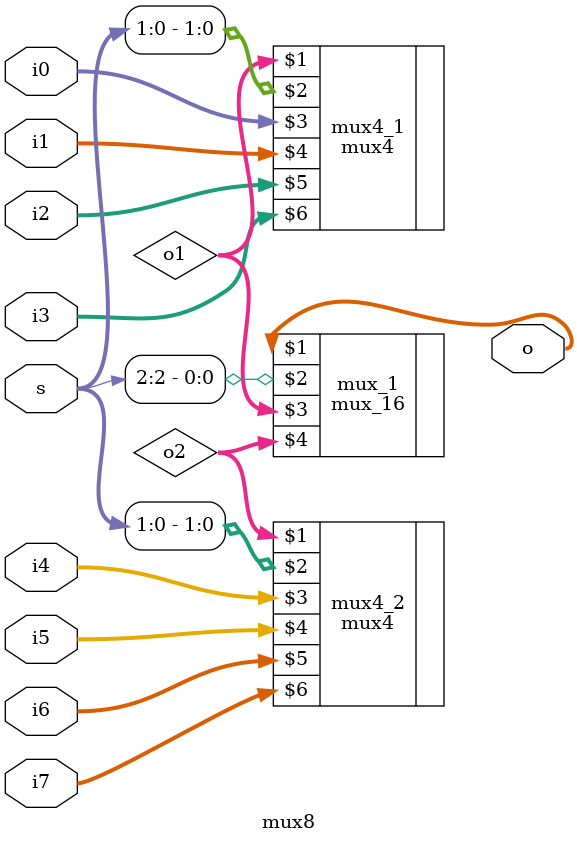
<source format=v>
module mux8(output [15:0] o, input [2:0] s, input [15:0] i0, i1, i2, i3, i4, i5, i6, i7);

wire [15:0] o1, o2;

mux4 mux4_1(o1, s[1:0], i0, i1, i2, i3);
mux4 mux4_2(o2, s[1:0], i4, i5, i6, i7);
mux_16 mux_1(o, s[2], o1, o2);

endmodule
</source>
